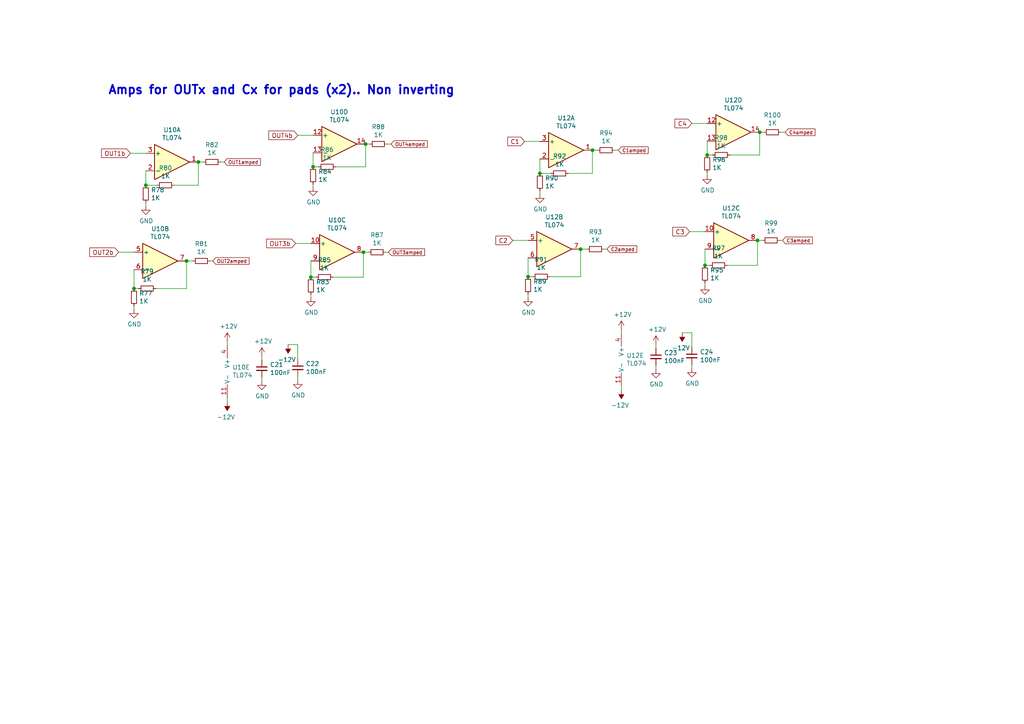
<source format=kicad_sch>
(kicad_sch (version 20211123) (generator eeschema)
  (paper "A4")
  (lib_symbols
    (symbol "Amplifier_Operational:TL074" (pin_names (offset 0.127))
      (property "Reference" "U" (at 0 5.08 0))
      (property "Value" "TL074" (at 0 -5.08 0))
      (symbol "TL074_1_1"
        (polyline (pts (xy -5.08 5.08) (xy 5.08 0) (xy -5.08 -5.08) (xy -5.08 5.08)) (stroke (width 0.254)) (fill (type background)))
        (pin output line (at 7.62 0 180) (length 2.54) (name "~") (number "1"))
        (pin input line (at -7.62 -2.54 0) (length 2.54) (name "-") (number "2"))
        (pin input line (at -7.62 2.54 0) (length 2.54) (name "+") (number "3"))
      )
      (symbol "TL074_2_1"
        (polyline (pts (xy -5.08 5.08) (xy 5.08 0) (xy -5.08 -5.08) (xy -5.08 5.08)) (stroke (width 0.254)) (fill (type background)))
        (pin input line (at -7.62 2.54 0) (length 2.54) (name "+") (number "5"))
        (pin input line (at -7.62 -2.54 0) (length 2.54) (name "-") (number "6"))
        (pin output line (at 7.62 0 180) (length 2.54) (name "~") (number "7"))
      )
      (symbol "TL074_3_1"
        (polyline (pts (xy -5.08 5.08) (xy 5.08 0) (xy -5.08 -5.08) (xy -5.08 5.08)) (stroke (width 0.254)) (fill (type background)))
        (pin input line (at -7.62 2.54 0) (length 2.54) (name "+") (number "10"))
        (pin output line (at 7.62 0 180) (length 2.54) (name "~") (number "8"))
        (pin input line (at -7.62 -2.54 0) (length 2.54) (name "-") (number "9"))
      )
      (symbol "TL074_4_1"
        (polyline (pts (xy -5.08 5.08) (xy 5.08 0) (xy -5.08 -5.08) (xy -5.08 5.08)) (stroke (width 0.254)) (fill (type background)))
        (pin input line (at -7.62 2.54 0) (length 2.54) (name "+") (number "12"))
        (pin input line (at -7.62 -2.54 0) (length 2.54) (name "-") (number "13"))
        (pin output line (at 7.62 0 180) (length 2.54) (name "~") (number "14"))
      )
      (symbol "TL074_5_1"
        (pin power_in line (at -2.54 -7.62 90) (length 3.81) (name "V-") (number "11"))
        (pin power_in line (at -2.54 7.62 270) (length 3.81) (name "V+") (number "4"))
      )
    )
    (symbol "Device:C_Small" (pin_numbers hide) (pin_names (offset 0.254) hide)
      (property "Reference" "C" (at 0.254 1.778 0))
      (property "Value" "C_Small" (at 0.254 -2.032 0))
      (symbol "C_Small_0_1"
        (polyline (pts (xy -1.524 -0.508) (xy 1.524 -0.508)) (stroke (width 0.3302)))
        (polyline (pts (xy -1.524 0.508) (xy 1.524 0.508)) (stroke (width 0.3048)))
      )
      (symbol "C_Small_1_1"
        (pin passive line (at 0 2.54 270) (length 2.032) (name "~") (number "1"))
        (pin passive line (at 0 -2.54 90) (length 2.032) (name "~") (number "2"))
      )
    )
    (symbol "Device:R_Small" (pin_numbers hide) (pin_names (offset 0.254) hide)
      (property "Reference" "R" (at 0.762 0.508 0))
      (property "Value" "R_Small" (at 0.762 -1.016 0))
      (symbol "R_Small_0_1"
        (rectangle (start -0.762 1.778) (end 0.762 -1.778) (stroke (width 0.2032)))
      )
      (symbol "R_Small_1_1"
        (pin passive line (at 0 2.54 270) (length 0.762) (name "~") (number "1"))
        (pin passive line (at 0 -2.54 90) (length 0.762) (name "~") (number "2"))
      )
    )
    (symbol "power:+12V" (power) (pin_names (offset 0))
      (property "Value" "+12V" (at 0 3.556 0))
      (symbol "+12V_0_1"
        (polyline (pts (xy -0.762 1.27) (xy 0 2.54)))
        (polyline (pts (xy 0 0) (xy 0 2.54)))
        (polyline (pts (xy 0 2.54) (xy 0.762 1.27)))
      )
      (symbol "+12V_1_1"
        (pin power_in line (at 0 0 90) (length 0) hide (name "+12V") (number "1"))
      )
    )
    (symbol "power:-12V" (power) (pin_names (offset 0))
      (property "Value" "-12V" (at 0 3.81 0))
      (symbol "-12V_0_0"
        (pin power_in line (at 0 0 90) (length 0) hide (name "-12V") (number "1"))
      )
      (symbol "-12V_0_1"
        (polyline (pts (xy 0 0) (xy 0 1.27) (xy 0.762 1.27) (xy 0 2.54) (xy -0.762 1.27) (xy 0 1.27)) (fill (type outline)))
      )
    )
    (symbol "power:GND" (power) (pin_names (offset 0))
      (property "Value" "GND" (at 0 -3.81 0))
      (symbol "GND_0_1"
        (polyline (pts (xy 0 0) (xy 0 -1.27) (xy 1.27 -1.27) (xy 0 -2.54) (xy -1.27 -1.27) (xy 0 -1.27)))
      )
      (symbol "GND_1_1"
        (pin power_in line (at 0 0 270) (length 0) hide (name "GND") (number "1"))
      )
    )
  )
  (junction (at 171.831 43.561))
  (junction (at 38.862 83.693))
  (junction (at 153.162 80.264))
  (junction (at 204.47 76.962))
  (junction (at 57.531 46.99))
  (junction (at 168.402 72.263))
  (junction (at 220.345 38.354))
  (junction (at 42.291 53.721))
  (junction (at 105.41 73.152))
  (junction (at 106.045 41.783))
  (junction (at 90.805 48.387))
  (junction (at 90.17 80.391))
  (junction (at 205.105 44.958))
  (junction (at 54.102 75.692))
  (junction (at 219.71 69.723))
  (junction (at 156.591 50.292))
  (wire (pts (xy 197.866 96.52) (xy 200.66 96.52)))
  (wire (pts (xy 204.47 72.263) (xy 204.47 76.962)))
  (wire (pts (xy 85.725 70.612) (xy 90.17 70.612)))
  (wire (pts (xy 204.47 76.962) (xy 205.867 76.962)))
  (wire (pts (xy 38.862 78.232) (xy 38.862 83.693)))
  (wire (pts (xy 65.913 115.316) (xy 65.913 116.586)))
  (wire (pts (xy 200.66 105.791) (xy 200.66 106.807)))
  (wire (pts (xy 220.345 38.354) (xy 220.345 44.958)))
  (wire (pts (xy 105.41 80.391) (xy 105.41 73.152)))
  (wire (pts (xy 64.008 46.99) (xy 65.024 46.99)))
  (wire (pts (xy 37.846 44.45) (xy 42.291 44.45)))
  (wire (pts (xy 86.36 109.22) (xy 86.36 110.236)))
  (wire (pts (xy 90.17 80.391) (xy 91.567 80.391)))
  (wire (pts (xy 171.831 50.292) (xy 171.831 43.561)))
  (wire (pts (xy 42.291 53.721) (xy 45.466 53.721)))
  (wire (pts (xy 86.36 39.243) (xy 90.805 39.243)))
  (wire (pts (xy 42.291 49.53) (xy 42.291 53.721)))
  (wire (pts (xy 153.162 74.803) (xy 153.162 80.264)))
  (wire (pts (xy 226.187 69.723) (xy 226.949 69.723)))
  (wire (pts (xy 226.568 38.354) (xy 227.711 38.354)))
  (wire (pts (xy 96.647 80.391) (xy 105.41 80.391)))
  (wire (pts (xy 164.846 50.292) (xy 171.831 50.292)))
  (wire (pts (xy 210.947 76.962) (xy 219.71 76.962)))
  (wire (pts (xy 54.102 83.693) (xy 54.102 75.692)))
  (wire (pts (xy 156.591 55.372) (xy 156.591 56.261)))
  (wire (pts (xy 205.105 40.894) (xy 205.105 44.958)))
  (wire (pts (xy 45.212 83.693) (xy 54.102 83.693)))
  (wire (pts (xy 65.913 99.06) (xy 65.913 100.076)))
  (wire (pts (xy 171.831 43.561) (xy 173.228 43.561)))
  (wire (pts (xy 180.213 111.887) (xy 180.213 113.157)))
  (wire (pts (xy 54.102 75.692) (xy 55.88 75.692)))
  (wire (pts (xy 90.805 53.467) (xy 90.805 54.229)))
  (wire (pts (xy 156.591 50.292) (xy 159.766 50.292)))
  (wire (pts (xy 106.045 41.783) (xy 106.045 48.387)))
  (wire (pts (xy 211.709 44.958) (xy 220.345 44.958)))
  (wire (pts (xy 175.26 72.263) (xy 176.022 72.263)))
  (wire (pts (xy 97.409 48.387) (xy 106.045 48.387)))
  (wire (pts (xy 112.268 41.783) (xy 113.411 41.783)))
  (wire (pts (xy 190.246 106.045) (xy 190.246 107.061)))
  (wire (pts (xy 205.105 44.958) (xy 206.629 44.958)))
  (wire (pts (xy 153.162 85.344) (xy 153.162 86.233)))
  (wire (pts (xy 148.717 69.723) (xy 153.162 69.723)))
  (wire (pts (xy 50.546 53.721) (xy 57.531 53.721)))
  (wire (pts (xy 204.47 82.042) (xy 204.47 82.804)))
  (wire (pts (xy 156.591 46.101) (xy 156.591 50.292)))
  (wire (pts (xy 40.132 83.693) (xy 38.862 83.693)))
  (wire (pts (xy 105.41 73.152) (xy 106.807 73.152)))
  (wire (pts (xy 154.432 80.264) (xy 153.162 80.264)))
  (wire (pts (xy 60.96 75.692) (xy 61.722 75.692)))
  (wire (pts (xy 90.17 75.692) (xy 90.17 80.391)))
  (wire (pts (xy 90.805 48.387) (xy 92.329 48.387)))
  (wire (pts (xy 90.805 44.323) (xy 90.805 48.387)))
  (wire (pts (xy 180.213 95.631) (xy 180.213 96.647)))
  (wire (pts (xy 220.345 38.354) (xy 221.488 38.354)))
  (wire (pts (xy 219.71 76.962) (xy 219.71 69.723)))
  (wire (pts (xy 57.531 46.99) (xy 58.928 46.99)))
  (wire (pts (xy 111.887 73.152) (xy 112.649 73.152)))
  (wire (pts (xy 200.025 67.183) (xy 204.47 67.183)))
  (wire (pts (xy 42.291 58.801) (xy 42.291 59.69)))
  (wire (pts (xy 90.17 85.471) (xy 90.17 86.233)))
  (wire (pts (xy 106.045 41.783) (xy 107.188 41.783)))
  (wire (pts (xy 190.246 99.949) (xy 190.246 100.965)))
  (wire (pts (xy 83.566 99.949) (xy 86.36 99.949)))
  (wire (pts (xy 168.402 80.264) (xy 168.402 72.263)))
  (wire (pts (xy 200.66 35.814) (xy 205.105 35.814)))
  (wire (pts (xy 205.105 50.038) (xy 205.105 50.8)))
  (wire (pts (xy 152.146 41.021) (xy 156.591 41.021)))
  (wire (pts (xy 200.66 96.52) (xy 200.66 100.711)))
  (wire (pts (xy 34.417 73.152) (xy 38.862 73.152)))
  (wire (pts (xy 38.862 88.773) (xy 38.862 89.662)))
  (wire (pts (xy 75.946 109.474) (xy 75.946 110.49)))
  (wire (pts (xy 178.308 43.561) (xy 179.324 43.561)))
  (wire (pts (xy 86.36 99.949) (xy 86.36 104.14)))
  (wire (pts (xy 168.402 72.263) (xy 170.18 72.263)))
  (wire (pts (xy 219.71 69.723) (xy 221.107 69.723)))
  (wire (pts (xy 159.512 80.264) (xy 168.402 80.264)))
  (wire (pts (xy 75.946 103.378) (xy 75.946 104.394)))
  (wire (pts (xy 57.531 53.721) (xy 57.531 46.99)))
  (text "Amps for OUTx and Cx for pads (x2).. Non inverting" (at 31.242 27.686 0) (effects (font (size 2.5 2.5) (thickness 0.5) bold) (justify left bottom)))
  (global_label "OUT4b" (shape input) (at 86.36 39.243 180) (property "Intersheet References" "${INTERSHEET_REFS}" (effects hide)))
  (global_label "C3amped" (shape input) (at 226.949 69.723 0) (effects (font (size 0.9906 0.9906))) (property "Intersheet References" "${INTERSHEET_REFS}" (effects hide)))
  (global_label "C1" (shape input) (at 152.146 41.021 180) (property "Intersheet References" "${INTERSHEET_REFS}" (effects hide)))
  (global_label "OUT3amped" (shape input) (at 112.649 73.152 0) (effects (font (size 0.9906 0.9906))) (property "Intersheet References" "${INTERSHEET_REFS}" (effects hide)))
  (global_label "OUT2b" (shape input) (at 34.417 73.152 180) (property "Intersheet References" "${INTERSHEET_REFS}" (effects hide)))
  (global_label "C2amped" (shape input) (at 176.022 72.263 0) (effects (font (size 0.9906 0.9906))) (property "Intersheet References" "${INTERSHEET_REFS}" (effects hide)))
  (global_label "OUT1b" (shape input) (at 37.846 44.45 180) (property "Intersheet References" "${INTERSHEET_REFS}" (effects hide)))
  (global_label "C4" (shape input) (at 200.66 35.814 180) (property "Intersheet References" "${INTERSHEET_REFS}" (effects hide)))
  (global_label "C1amped" (shape input) (at 179.324 43.561 0) (effects (font (size 0.9906 0.9906))) (property "Intersheet References" "${INTERSHEET_REFS}" (effects hide)))
  (global_label "C3" (shape input) (at 200.025 67.183 180) (property "Intersheet References" "${INTERSHEET_REFS}" (effects hide)))
  (global_label "C4amped" (shape input) (at 227.711 38.354 0) (effects (font (size 0.9906 0.9906))) (property "Intersheet References" "${INTERSHEET_REFS}" (effects hide)))
  (global_label "C2" (shape input) (at 148.717 69.723 180) (property "Intersheet References" "${INTERSHEET_REFS}" (effects hide)))
  (global_label "OUT1amped" (shape input) (at 65.024 46.99 0) (effects (font (size 0.9906 0.9906))) (property "Intersheet References" "${INTERSHEET_REFS}" (effects hide)))
  (global_label "OUT2amped" (shape input) (at 61.722 75.692 0) (effects (font (size 0.9906 0.9906))) (property "Intersheet References" "${INTERSHEET_REFS}" (effects hide)))
  (global_label "OUT4amped" (shape input) (at 113.411 41.783 0) (effects (font (size 0.9906 0.9906))) (property "Intersheet References" "${INTERSHEET_REFS}" (effects hide)))
  (global_label "OUT3b" (shape input) (at 85.725 70.612 180) (property "Intersheet References" "${INTERSHEET_REFS}" (effects hide)))
  (symbol (lib_id "power:GND") (at 153.162 86.233 0) (unit 1)
    (property "Reference" "#PWR0185" (effects hide))
    (property "Value" "GND" (at 153.289 90.6272 0))
  )
  (symbol (lib_id "power:GND") (at 205.105 50.8 0) (unit 1)
    (property "Reference" "#PWR0170" (effects hide))
    (property "Value" "GND" (at 205.232 55.1942 0))
  )
  (symbol (lib_id "Device:R_Small") (at 38.862 86.233 180) (unit 1)
    (property "Reference" "R77" (at 40.3606 85.0646 0) (effects (justify right)))
    (property "Value" "1K" (at 40.3606 87.376 0) (effects (justify right)))
    (property "Footprint" "Resistor_SMD:R_0805_2012Metric" (effects hide))
  )
  (symbol (lib_id "Device:R_Small") (at 209.169 44.958 270) (unit 1)
    (property "Reference" "R98" (at 209.169 39.9796 90))
    (property "Value" "1K" (at 209.169 42.291 90))
    (property "Footprint" "Resistor_SMD:R_0805_2012Metric" (effects hide))
  )
  (symbol (lib_id "power:GND") (at 190.246 107.061 0) (unit 1)
    (property "Reference" "#PWR0179" (effects hide))
    (property "Value" "GND" (at 190.373 111.4552 0))
  )
  (symbol (lib_id "Device:R_Small") (at 204.47 79.502 180) (unit 1)
    (property "Reference" "R95" (at 205.9686 78.3336 0) (effects (justify right)))
    (property "Value" "1K" (at 205.9686 80.645 0) (effects (justify right)))
    (property "Footprint" "Resistor_SMD:R_0805_2012Metric" (effects hide))
  )
  (symbol (lib_id "power:GND") (at 90.17 86.233 0) (unit 1)
    (property "Reference" "#PWR0133" (effects hide))
    (property "Value" "GND" (at 90.297 90.6272 0))
  )
  (symbol (lib_id "Device:R_Small") (at 224.028 38.354 270) (unit 1)
    (property "Reference" "R100" (at 224.028 33.3756 90))
    (property "Value" "1K" (at 224.028 35.687 90))
    (property "Footprint" "Resistor_SMD:R_0805_2012Metric" (effects hide))
  )
  (symbol (lib_id "Amplifier_Operational:TL074") (at 212.725 38.354 0) (unit 4)
    (property "Reference" "U12" (at 212.725 29.0322 0))
    (property "Value" "TL074" (at 212.725 31.3436 0))
    (property "Footprint" "Package_SO:SOIC-14_3.9x8.7mm_P1.27mm" (effects hide))
    (property "Datasheet" "http://www.ti.com/lit/ds/symlink/tl071.pdf" (effects hide))
  )
  (symbol (lib_id "Device:R_Small") (at 208.407 76.962 270) (unit 1)
    (property "Reference" "R97" (at 208.407 71.9836 90))
    (property "Value" "1K" (at 208.407 74.295 90))
    (property "Footprint" "Resistor_SMD:R_0805_2012Metric" (effects hide))
  )
  (symbol (lib_id "Device:R_Small") (at 175.768 43.561 270) (unit 1)
    (property "Reference" "R94" (at 175.768 38.5826 90))
    (property "Value" "1K" (at 175.768 40.894 90))
    (property "Footprint" "Resistor_SMD:R_0805_2012Metric" (effects hide))
  )
  (symbol (lib_id "Device:C_Small") (at 190.246 103.505 0) (unit 1)
    (property "Reference" "C23" (at 192.5828 102.3366 0) (effects (justify left)))
    (property "Value" "100nF" (at 192.5828 104.648 0) (effects (justify left)))
    (property "Footprint" "Capacitor_SMD:C_0805_2012Metric" (effects hide))
  )
  (symbol (lib_id "Device:R_Small") (at 58.42 75.692 270) (unit 1)
    (property "Reference" "R81" (at 58.42 70.7136 90))
    (property "Value" "1K" (at 58.42 73.025 90))
    (property "Footprint" "Resistor_SMD:R_0805_2012Metric" (effects hide))
  )
  (symbol (lib_id "Amplifier_Operational:TL074") (at 212.09 69.723 0) (unit 3)
    (property "Reference" "U12" (at 212.09 60.4012 0))
    (property "Value" "TL074" (at 212.09 62.7126 0))
    (property "Footprint" "Package_SO:SOIC-14_3.9x8.7mm_P1.27mm" (effects hide))
    (property "Datasheet" "http://www.ti.com/lit/ds/symlink/tl071.pdf" (effects hide))
  )
  (symbol (lib_id "Device:R_Small") (at 153.162 82.804 180) (unit 1)
    (property "Reference" "R89" (at 154.6606 81.6356 0) (effects (justify right)))
    (property "Value" "1K" (at 154.6606 83.947 0) (effects (justify right)))
    (property "Footprint" "Resistor_SMD:R_0805_2012Metric" (effects hide))
  )
  (symbol (lib_id "power:+12V") (at 75.946 103.378 0) (unit 1)
    (property "Reference" "#PWR0132" (effects hide))
    (property "Value" "+12V" (at 76.327 98.9838 0))
  )
  (symbol (lib_id "Device:R_Small") (at 109.728 41.783 270) (unit 1)
    (property "Reference" "R88" (at 109.728 36.8046 90))
    (property "Value" "1K" (at 109.728 39.116 90))
    (property "Footprint" "Resistor_SMD:R_0805_2012Metric" (effects hide))
  )
  (symbol (lib_id "Amplifier_Operational:TL074") (at 68.453 107.696 0) (unit 5)
    (property "Reference" "U10" (at 67.3862 106.5276 0) (effects (justify left)))
    (property "Value" "TL074" (at 67.3862 108.839 0) (effects (justify left)))
    (property "Footprint" "Package_SO:SOIC-14_3.9x8.7mm_P1.27mm" (effects hide))
    (property "Datasheet" "http://www.ti.com/lit/ds/symlink/tl071.pdf" (effects hide))
  )
  (symbol (lib_id "power:-12V") (at 197.866 96.52 180) (unit 1)
    (property "Reference" "#PWR0183" (effects hide))
    (property "Value" "-12V" (at 197.485 100.9142 0))
  )
  (symbol (lib_id "power:+12V") (at 190.246 99.949 0) (unit 1)
    (property "Reference" "#PWR0180" (effects hide))
    (property "Value" "+12V" (at 190.627 95.5548 0))
  )
  (symbol (lib_id "Device:R_Small") (at 223.647 69.723 270) (unit 1)
    (property "Reference" "R99" (at 223.647 64.7446 90))
    (property "Value" "1K" (at 223.647 67.056 90))
    (property "Footprint" "Resistor_SMD:R_0805_2012Metric" (effects hide))
  )
  (symbol (lib_id "power:GND") (at 204.47 82.804 0) (unit 1)
    (property "Reference" "#PWR0171" (effects hide))
    (property "Value" "GND" (at 204.597 87.1982 0))
  )
  (symbol (lib_id "power:-12V") (at 65.913 116.586 180) (unit 1)
    (property "Reference" "#PWR0168" (effects hide))
    (property "Value" "-12V" (at 65.532 120.9802 0))
  )
  (symbol (lib_id "power:GND") (at 156.591 56.261 0) (unit 1)
    (property "Reference" "#PWR0177" (effects hide))
    (property "Value" "GND" (at 156.718 60.6552 0))
  )
  (symbol (lib_id "Device:C_Small") (at 200.66 103.251 0) (unit 1)
    (property "Reference" "C24" (at 202.9968 102.0826 0) (effects (justify left)))
    (property "Value" "100nF" (at 202.9968 104.394 0) (effects (justify left)))
    (property "Footprint" "Capacitor_SMD:C_0805_2012Metric" (effects hide))
  )
  (symbol (lib_id "power:+12V") (at 65.913 99.06 0) (unit 1)
    (property "Reference" "#PWR0167" (effects hide))
    (property "Value" "+12V" (at 66.294 94.6658 0))
  )
  (symbol (lib_id "power:GND") (at 90.805 54.229 0) (unit 1)
    (property "Reference" "#PWR0172" (effects hide))
    (property "Value" "GND" (at 90.932 58.6232 0))
  )
  (symbol (lib_id "Amplifier_Operational:TL074") (at 160.782 72.263 0) (unit 2)
    (property "Reference" "U12" (at 160.782 62.9412 0))
    (property "Value" "TL074" (at 160.782 65.2526 0))
    (property "Footprint" "Package_SO:SOIC-14_3.9x8.7mm_P1.27mm" (effects hide))
    (property "Datasheet" "http://www.ti.com/lit/ds/symlink/tl071.pdf" (effects hide))
  )
  (symbol (lib_id "Device:C_Small") (at 75.946 106.934 0) (unit 1)
    (property "Reference" "C21" (at 78.2828 105.7656 0) (effects (justify left)))
    (property "Value" "100nF" (at 78.2828 108.077 0) (effects (justify left)))
    (property "Footprint" "Capacitor_SMD:C_0805_2012Metric" (effects hide))
  )
  (symbol (lib_id "power:GND") (at 200.66 106.807 0) (unit 1)
    (property "Reference" "#PWR0182" (effects hide))
    (property "Value" "GND" (at 200.787 111.2012 0))
  )
  (symbol (lib_id "Device:R_Small") (at 156.972 80.264 270) (unit 1)
    (property "Reference" "R91" (at 156.972 75.2856 90))
    (property "Value" "1K" (at 156.972 77.597 90))
    (property "Footprint" "Resistor_SMD:R_0805_2012Metric" (effects hide))
  )
  (symbol (lib_id "power:+12V") (at 180.213 95.631 0) (unit 1)
    (property "Reference" "#PWR0181" (effects hide))
    (property "Value" "+12V" (at 180.594 91.2368 0))
  )
  (symbol (lib_id "Device:R_Small") (at 90.17 82.931 180) (unit 1)
    (property "Reference" "R83" (at 91.6686 81.7626 0) (effects (justify right)))
    (property "Value" "1K" (at 91.6686 84.074 0) (effects (justify right)))
    (property "Footprint" "Resistor_SMD:R_0805_2012Metric" (effects hide))
  )
  (symbol (lib_id "power:GND") (at 86.36 110.236 0) (unit 1)
    (property "Reference" "#PWR0136" (effects hide))
    (property "Value" "GND" (at 86.487 114.6302 0))
  )
  (symbol (lib_id "Device:R_Small") (at 109.347 73.152 270) (unit 1)
    (property "Reference" "R87" (at 109.347 68.1736 90))
    (property "Value" "1K" (at 109.347 70.485 90))
    (property "Footprint" "Resistor_SMD:R_0805_2012Metric" (effects hide))
  )
  (symbol (lib_id "power:GND") (at 75.946 110.49 0) (unit 1)
    (property "Reference" "#PWR0135" (effects hide))
    (property "Value" "GND" (at 76.073 114.8842 0))
  )
  (symbol (lib_id "Device:R_Small") (at 61.468 46.99 270) (unit 1)
    (property "Reference" "R82" (at 61.468 42.0116 90))
    (property "Value" "1K" (at 61.468 44.323 90))
    (property "Footprint" "Resistor_SMD:R_0805_2012Metric" (effects hide))
  )
  (symbol (lib_id "Device:R_Small") (at 94.107 80.391 270) (unit 1)
    (property "Reference" "R85" (at 94.107 75.4126 90))
    (property "Value" "1K" (at 94.107 77.724 90))
    (property "Footprint" "Resistor_SMD:R_0805_2012Metric" (effects hide))
  )
  (symbol (lib_id "Device:R_Small") (at 48.006 53.721 270) (unit 1)
    (property "Reference" "R80" (at 48.006 48.7426 90))
    (property "Value" "1K" (at 48.006 51.054 90))
    (property "Footprint" "Resistor_SMD:R_0805_2012Metric" (effects hide))
  )
  (symbol (lib_id "power:-12V") (at 180.213 113.157 180) (unit 1)
    (property "Reference" "#PWR0178" (effects hide))
    (property "Value" "-12V" (at 179.832 117.5512 0))
  )
  (symbol (lib_id "Device:C_Small") (at 86.36 106.68 0) (unit 1)
    (property "Reference" "C22" (at 88.6968 105.5116 0) (effects (justify left)))
    (property "Value" "100nF" (at 88.6968 107.823 0) (effects (justify left)))
    (property "Footprint" "Capacitor_SMD:C_0805_2012Metric" (effects hide))
  )
  (symbol (lib_id "Device:R_Small") (at 42.291 56.261 180) (unit 1)
    (property "Reference" "R78" (at 43.7896 55.0926 0) (effects (justify right)))
    (property "Value" "1K" (at 43.7896 57.404 0) (effects (justify right)))
    (property "Footprint" "Resistor_SMD:R_0805_2012Metric" (effects hide))
  )
  (symbol (lib_id "Device:R_Small") (at 156.591 52.832 180) (unit 1)
    (property "Reference" "R90" (at 158.0896 51.6636 0) (effects (justify right)))
    (property "Value" "1K" (at 158.0896 53.975 0) (effects (justify right)))
    (property "Footprint" "Resistor_SMD:R_0805_2012Metric" (effects hide))
  )
  (symbol (lib_id "power:-12V") (at 83.566 99.949 180) (unit 1)
    (property "Reference" "#PWR0134" (effects hide))
    (property "Value" "-12V" (at 83.185 104.3432 0))
  )
  (symbol (lib_id "Device:R_Small") (at 90.805 50.927 180) (unit 1)
    (property "Reference" "R84" (at 92.3036 49.7586 0) (effects (justify right)))
    (property "Value" "1K" (at 92.3036 52.07 0) (effects (justify right)))
    (property "Footprint" "Resistor_SMD:R_0805_2012Metric" (effects hide))
  )
  (symbol (lib_id "Amplifier_Operational:TL074") (at 164.211 43.561 0) (unit 1)
    (property "Reference" "U12" (at 164.211 34.2392 0))
    (property "Value" "TL074" (at 164.211 36.5506 0))
    (property "Footprint" "Package_SO:SOIC-14_3.9x8.7mm_P1.27mm" (effects hide))
    (property "Datasheet" "http://www.ti.com/lit/ds/symlink/tl071.pdf" (effects hide))
  )
  (symbol (lib_id "Amplifier_Operational:TL074") (at 49.911 46.99 0) (unit 1)
    (property "Reference" "U10" (at 49.911 37.6682 0))
    (property "Value" "TL074" (at 49.911 39.9796 0))
    (property "Footprint" "Package_SO:SOIC-14_3.9x8.7mm_P1.27mm" (effects hide))
    (property "Datasheet" "http://www.ti.com/lit/ds/symlink/tl071.pdf" (effects hide))
  )
  (symbol (lib_id "Device:R_Small") (at 42.672 83.693 270) (unit 1)
    (property "Reference" "R79" (at 42.672 78.7146 90))
    (property "Value" "1K" (at 42.672 81.026 90))
    (property "Footprint" "Resistor_SMD:R_0805_2012Metric" (effects hide))
  )
  (symbol (lib_id "Amplifier_Operational:TL074") (at 182.753 104.267 0) (unit 5)
    (property "Reference" "U12" (at 181.6862 103.0986 0) (effects (justify left)))
    (property "Value" "TL074" (at 181.6862 105.41 0) (effects (justify left)))
    (property "Footprint" "Package_SO:SOIC-14_3.9x8.7mm_P1.27mm" (effects hide))
    (property "Datasheet" "http://www.ti.com/lit/ds/symlink/tl071.pdf" (effects hide))
  )
  (symbol (lib_id "power:GND") (at 38.862 89.662 0) (unit 1)
    (property "Reference" "#PWR0165" (effects hide))
    (property "Value" "GND" (at 38.989 94.0562 0))
  )
  (symbol (lib_id "Device:R_Small") (at 94.869 48.387 270) (unit 1)
    (property "Reference" "R86" (at 94.869 43.4086 90))
    (property "Value" "1K" (at 94.869 45.72 90))
    (property "Footprint" "Resistor_SMD:R_0805_2012Metric" (effects hide))
  )
  (symbol (lib_id "Amplifier_Operational:TL074") (at 46.482 75.692 0) (unit 2)
    (property "Reference" "U10" (at 46.482 66.3702 0))
    (property "Value" "TL074" (at 46.482 68.6816 0))
    (property "Footprint" "Package_SO:SOIC-14_3.9x8.7mm_P1.27mm" (effects hide))
    (property "Datasheet" "http://www.ti.com/lit/ds/symlink/tl071.pdf" (effects hide))
  )
  (symbol (lib_id "Device:R_Small") (at 205.105 47.498 180) (unit 1)
    (property "Reference" "R96" (at 206.6036 46.3296 0) (effects (justify right)))
    (property "Value" "1K" (at 206.6036 48.641 0) (effects (justify right)))
    (property "Footprint" "Resistor_SMD:R_0805_2012Metric" (effects hide))
  )
  (symbol (lib_id "Device:R_Small") (at 162.306 50.292 270) (unit 1)
    (property "Reference" "R92" (at 162.306 45.3136 90))
    (property "Value" "1K" (at 162.306 47.625 90))
    (property "Footprint" "Resistor_SMD:R_0805_2012Metric" (effects hide))
  )
  (symbol (lib_id "Amplifier_Operational:TL074") (at 97.79 73.152 0) (unit 3)
    (property "Reference" "U10" (at 97.79 63.8302 0))
    (property "Value" "TL074" (at 97.79 66.1416 0))
    (property "Footprint" "Package_SO:SOIC-14_3.9x8.7mm_P1.27mm" (effects hide))
    (property "Datasheet" "http://www.ti.com/lit/ds/symlink/tl071.pdf" (effects hide))
  )
  (symbol (lib_id "power:GND") (at 42.291 59.69 0) (unit 1)
    (property "Reference" "#PWR0166" (effects hide))
    (property "Value" "GND" (at 42.418 64.0842 0))
  )
  (symbol (lib_id "Amplifier_Operational:TL074") (at 98.425 41.783 0) (unit 4)
    (property "Reference" "U10" (at 98.425 32.4612 0))
    (property "Value" "TL074" (at 98.425 34.7726 0))
    (property "Footprint" "Package_SO:SOIC-14_3.9x8.7mm_P1.27mm" (effects hide))
    (property "Datasheet" "http://www.ti.com/lit/ds/symlink/tl071.pdf" (effects hide))
  )
  (symbol (lib_id "Device:R_Small") (at 172.72 72.263 270) (unit 1)
    (property "Reference" "R93" (at 172.72 67.2846 90))
    (property "Value" "1K" (at 172.72 69.596 90))
    (property "Footprint" "Resistor_SMD:R_0805_2012Metric" (effects hide))
  )
)
</source>
